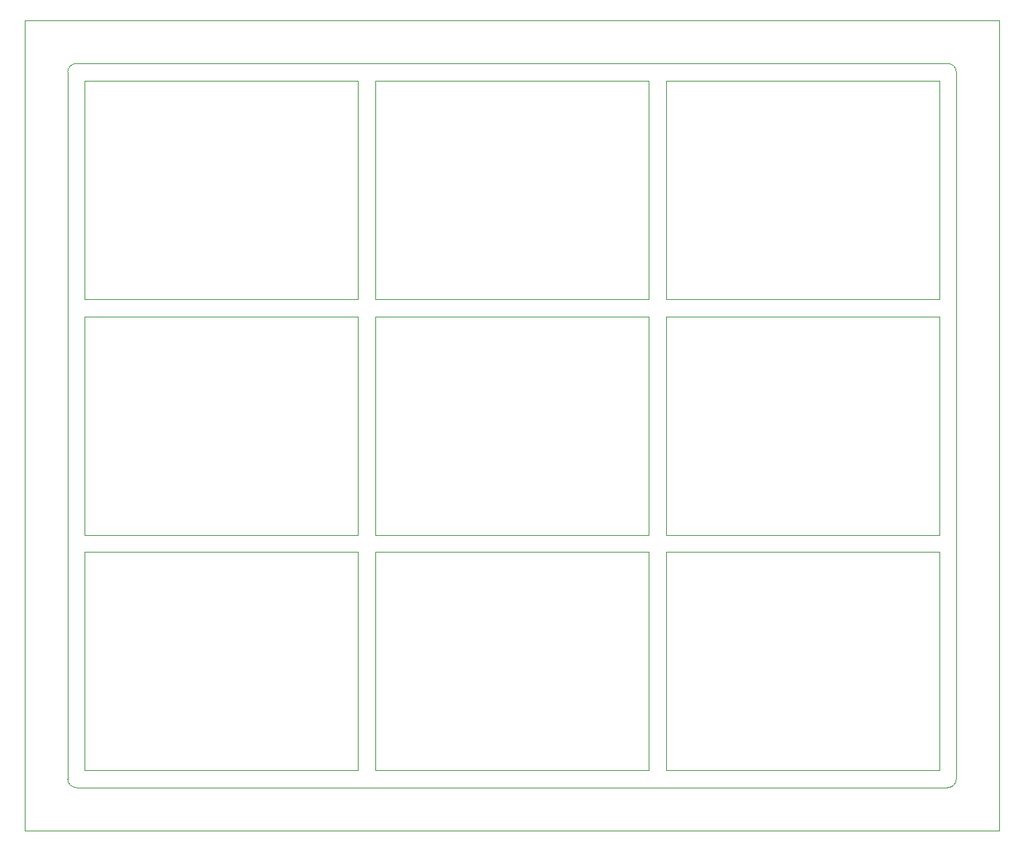
<source format=gm1>
G04 #@! TF.GenerationSoftware,KiCad,Pcbnew,(5.1.5)-3*
G04 #@! TF.CreationDate,2020-01-06T20:35:26-07:00*
G04 #@! TF.ProjectId,rf_panel,72665f70-616e-4656-9c2e-6b696361645f,A*
G04 #@! TF.SameCoordinates,PX5c3d87cPY8384138*
G04 #@! TF.FileFunction,Profile,NP*
%FSLAX46Y46*%
G04 Gerber Fmt 4.6, Leading zero omitted, Abs format (unit mm)*
G04 Created by KiCad (PCBNEW (5.1.5)-3) date 2020-01-06 20:35:26*
%MOMM*%
%LPD*%
G04 APERTURE LIST*
%ADD10C,0.050000*%
G04 APERTURE END LIST*
D10*
X72000980Y29902540D02*
X72000980Y4502540D01*
X38250980Y29902540D02*
X38250980Y4502540D01*
X4500980Y29902540D02*
X4500980Y4502540D01*
X72000980Y57302540D02*
X72000980Y31902540D01*
X38250980Y57302540D02*
X38250980Y31902540D01*
X4500980Y57302540D02*
X4500980Y31902540D01*
X72000980Y84702540D02*
X72000980Y59302540D01*
X38250980Y84702540D02*
X38250980Y59302540D01*
X103750980Y4502540D02*
X103750980Y29902540D01*
X70000980Y4502540D02*
X70000980Y29902540D01*
X36250980Y4502540D02*
X36250980Y29902540D01*
X103750980Y31902540D02*
X103750980Y57302540D01*
X70000980Y31902540D02*
X70000980Y57302540D01*
X36250980Y31902540D02*
X36250980Y57302540D01*
X103750980Y59302540D02*
X103750980Y84702540D01*
X70000980Y59302540D02*
X70000980Y84702540D01*
X72000980Y4502540D02*
X103750980Y4502540D01*
X38250980Y4502540D02*
X70000980Y4502540D01*
X4500980Y4502540D02*
X36250980Y4502540D01*
X72000980Y31902540D02*
X103750980Y31902540D01*
X38250980Y31902540D02*
X70000980Y31902540D01*
X4500980Y31902540D02*
X36250980Y31902540D01*
X72000980Y59302540D02*
X103750980Y59302540D01*
X38250980Y59302540D02*
X70000980Y59302540D01*
X103750980Y29902540D02*
X72000980Y29902540D01*
X70000980Y29902540D02*
X38250980Y29902540D01*
X36250980Y29902540D02*
X4500980Y29902540D01*
X103750980Y57302540D02*
X72000980Y57302540D01*
X70000980Y57302540D02*
X38250980Y57302540D01*
X36250980Y57302540D02*
X4500980Y57302540D01*
X103750980Y84702540D02*
X72000980Y84702540D01*
X70000980Y84702540D02*
X38250980Y84702540D01*
X104750000Y86700000D02*
G75*
G02X105750000Y85700000I0J-1000000D01*
G01*
X105750000Y85700000D02*
X105750000Y3500000D01*
X2500000Y85700000D02*
X2500000Y3500000D01*
X104750000Y86700000D02*
X3500000Y86700000D01*
X3500000Y2500000D02*
X104750000Y2500000D01*
X110750000Y-2500000D02*
X-2500000Y-2500000D01*
X110750000Y91700000D02*
X110750000Y-2500000D01*
X-2500000Y91700000D02*
X110750000Y91700000D01*
X105750000Y3500000D02*
G75*
G02X104750000Y2500000I-1000000J0D01*
G01*
X-2500000Y-2500000D02*
X-2500000Y91700000D01*
X3500000Y2500000D02*
G75*
G02X2500000Y3500000I0J1000000D01*
G01*
X2500000Y85700000D02*
G75*
G02X3500000Y86700000I1000000J0D01*
G01*
X4500980Y84702540D02*
X4500980Y59302540D01*
X36250980Y84702540D02*
X4500980Y84702540D01*
X36250980Y59302540D02*
X36250980Y84702540D01*
X4500980Y59302540D02*
X36250980Y59302540D01*
M02*

</source>
